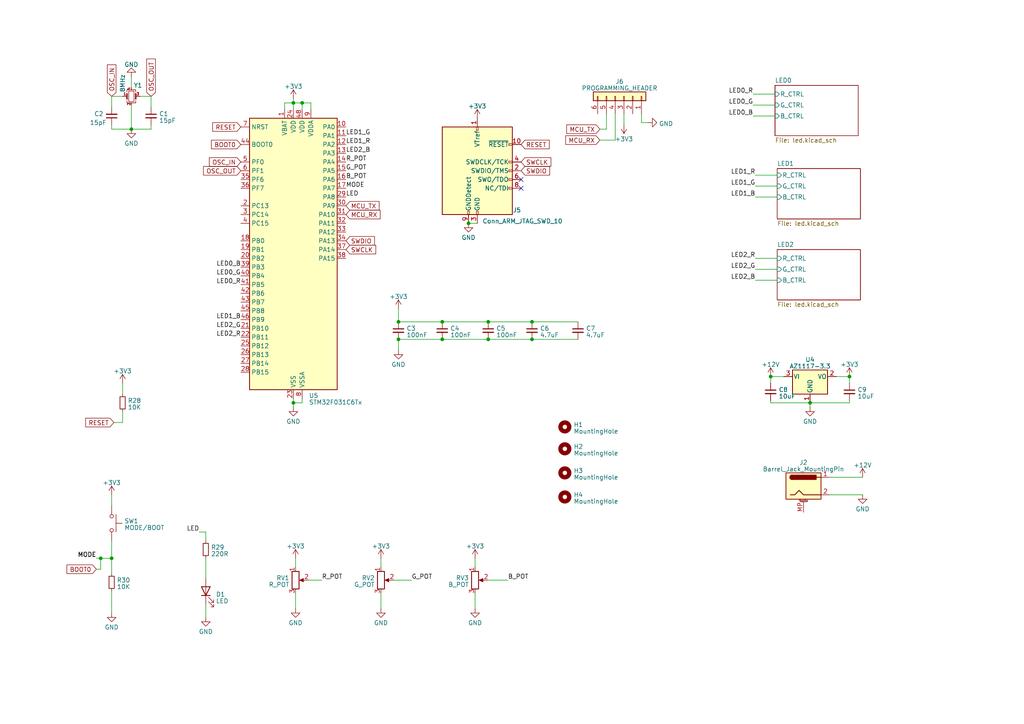
<source format=kicad_sch>
(kicad_sch (version 20230121) (generator eeschema)
  (paper "A4")
  (lib_symbols
    (symbol "Connector:Barrel_Jack_MountingPin" (pin_names hide)
      (property "Reference" "J" (at 0 5.334 0))
      (property "Value" "Barrel_Jack_MountingPin" (at 1.27 -6.35 0))
      (symbol "Barrel_Jack_MountingPin_0_1"
        (rectangle (start -5.08 3.81) (end 5.08 -3.81) (stroke (width 0.254)) (fill (type background)))
        (arc (start -3.302 3.175) (mid -3.9343 2.54) (end -3.302 1.905) (stroke (width 0.254)))
        (arc (start -3.302 3.175) (mid -3.9343 2.54) (end -3.302 1.905) (stroke (width 0.254)) (fill (type outline)))
        (polyline (pts (xy 5.08 2.54) (xy 3.81 2.54)) (stroke (width 0.254)))
        (polyline (pts (xy -3.81 -2.54) (xy -2.54 -2.54) (xy -1.27 -1.27) (xy 0 -2.54) (xy 2.54 -2.54) (xy 5.08 -2.54)) (stroke (width 0.254)))
        (rectangle (start 3.683 3.175) (end -3.302 1.905) (stroke (width 0.254)) (fill (type outline)))
      )
      (symbol "Barrel_Jack_MountingPin_1_1"
        (polyline (pts (xy -1.016 -4.572) (xy 1.016 -4.572)) (stroke (width 0.1524)))
        (text "Mounting" (at 0 -4.191 0) (effects (font (size 0.381 0.381))))
        (pin passive line (at 7.62 2.54 180) (length 2.54) (name "~") (number "1"))
        (pin passive line (at 7.62 -2.54 180) (length 2.54) (name "~") (number "2"))
        (pin passive line (at 0 -7.62 90) (length 3.048) (name "MountPin") (number "MP"))
      )
    )
    (symbol "Connector:Conn_ARM_JTAG_SWD_10" (pin_names (offset 1.016))
      (property "Reference" "J" (at -2.54 16.51 0))
      (property "Value" "Conn_ARM_JTAG_SWD_10" (at -2.54 13.97 0))
      (symbol "Conn_ARM_JTAG_SWD_10_0_1"
        (rectangle (start -10.16 12.7) (end 10.16 -12.7) (stroke (width 0.254)) (fill (type background)))
        (rectangle (start -2.794 -12.7) (end -2.286 -11.684))
        (rectangle (start -0.254 -12.7) (end 0.254 -11.684))
        (rectangle (start -0.254 12.7) (end 0.254 11.684))
        (rectangle (start 9.144 2.286) (end 10.16 2.794))
        (rectangle (start 10.16 -2.794) (end 9.144 -2.286))
        (rectangle (start 10.16 -0.254) (end 9.144 0.254))
        (rectangle (start 10.16 7.874) (end 9.144 7.366))
      )
      (symbol "Conn_ARM_JTAG_SWD_10_1_1"
        (rectangle (start 9.144 -5.334) (end 10.16 -4.826))
        (pin power_in line (at 0 15.24 270) (length 2.54) (name "VTref") (number "1"))
        (pin open_collector line (at 12.7 7.62 180) (length 2.54) (name "~{RESET}") (number "10"))
        (pin bidirectional line (at 12.7 0 180) (length 2.54) (name "SWDIO/TMS") (number "2"))
        (pin power_in line (at 0 -15.24 90) (length 2.54) (name "GND") (number "3"))
        (pin output line (at 12.7 2.54 180) (length 2.54) (name "SWDCLK/TCK") (number "4"))
        (pin passive line (at 0 -15.24 90) (length 2.54) hide (name "GND") (number "5"))
        (pin input line (at 12.7 -2.54 180) (length 2.54) (name "SWO/TDO") (number "6"))
        (pin no_connect line (at -10.16 0 0) (length 2.54) hide (name "KEY") (number "7"))
        (pin output line (at 12.7 -5.08 180) (length 2.54) (name "NC/TDI") (number "8"))
        (pin passive line (at -2.54 -15.24 90) (length 2.54) (name "GNDDetect") (number "9"))
      )
    )
    (symbol "Connector_Generic:Conn_01x06" (pin_names (offset 1.016) hide)
      (property "Reference" "J" (at 0 7.62 0))
      (property "Value" "Conn_01x06" (at 0 -10.16 0))
      (symbol "Conn_01x06_1_1"
        (rectangle (start -1.27 -7.493) (end 0 -7.747) (stroke (width 0.1524)))
        (rectangle (start -1.27 -4.953) (end 0 -5.207) (stroke (width 0.1524)))
        (rectangle (start -1.27 -2.413) (end 0 -2.667) (stroke (width 0.1524)))
        (rectangle (start -1.27 0.127) (end 0 -0.127) (stroke (width 0.1524)))
        (rectangle (start -1.27 2.667) (end 0 2.413) (stroke (width 0.1524)))
        (rectangle (start -1.27 5.207) (end 0 4.953) (stroke (width 0.1524)))
        (rectangle (start -1.27 6.35) (end 1.27 -8.89) (stroke (width 0.254)) (fill (type background)))
        (pin passive line (at -5.08 5.08 0) (length 3.81) (name "Pin_1") (number "1"))
        (pin passive line (at -5.08 2.54 0) (length 3.81) (name "Pin_2") (number "2"))
        (pin passive line (at -5.08 0 0) (length 3.81) (name "Pin_3") (number "3"))
        (pin passive line (at -5.08 -2.54 0) (length 3.81) (name "Pin_4") (number "4"))
        (pin passive line (at -5.08 -5.08 0) (length 3.81) (name "Pin_5") (number "5"))
        (pin passive line (at -5.08 -7.62 0) (length 3.81) (name "Pin_6") (number "6"))
      )
    )
    (symbol "Device:C_Small" (pin_numbers hide) (pin_names (offset 0.254) hide)
      (property "Reference" "C" (at 0.254 1.778 0))
      (property "Value" "C_Small" (at 0.254 -2.032 0))
      (symbol "C_Small_0_1"
        (polyline (pts (xy -1.524 -0.508) (xy 1.524 -0.508)) (stroke (width 0.3302)))
        (polyline (pts (xy -1.524 0.508) (xy 1.524 0.508)) (stroke (width 0.3048)))
      )
      (symbol "C_Small_1_1"
        (pin passive line (at 0 2.54 270) (length 2.032) (name "~") (number "1"))
        (pin passive line (at 0 -2.54 90) (length 2.032) (name "~") (number "2"))
      )
    )
    (symbol "Device:Crystal_GND24_Small" (pin_names (offset 1.016) hide)
      (property "Reference" "Y" (at 1.27 4.445 0))
      (property "Value" "Crystal_GND24_Small" (at 1.27 2.54 0))
      (symbol "Crystal_GND24_Small_0_1"
        (rectangle (start -0.762 -1.524) (end 0.762 1.524))
        (polyline (pts (xy -1.27 -0.762) (xy -1.27 0.762)) (stroke (width 0.381)))
        (polyline (pts (xy 1.27 -0.762) (xy 1.27 0.762)) (stroke (width 0.381)))
        (polyline (pts (xy -1.27 -1.27) (xy -1.27 -1.905) (xy 1.27 -1.905) (xy 1.27 -1.27)))
        (polyline (pts (xy -1.27 1.27) (xy -1.27 1.905) (xy 1.27 1.905) (xy 1.27 1.27)))
      )
      (symbol "Crystal_GND24_Small_1_1"
        (pin passive line (at -2.54 0 0) (length 1.27) (name "1") (number "1"))
        (pin passive line (at 0 -2.54 90) (length 0.635) (name "2") (number "2"))
        (pin passive line (at 2.54 0 180) (length 1.27) (name "3") (number "3"))
        (pin passive line (at 0 2.54 270) (length 0.635) (name "4") (number "4"))
      )
    )
    (symbol "Device:LED" (pin_numbers hide) (pin_names (offset 1.016) hide)
      (property "Reference" "D" (at 0 2.54 0))
      (property "Value" "LED" (at 0 -2.54 0))
      (symbol "LED_0_1"
        (polyline (pts (xy -1.27 -1.27) (xy -1.27 1.27)) (stroke (width 0.254)))
        (polyline (pts (xy -1.27 0) (xy 1.27 0)))
        (polyline (pts (xy 1.27 -1.27) (xy 1.27 1.27) (xy -1.27 0) (xy 1.27 -1.27)) (stroke (width 0.254)))
        (polyline (pts (xy -3.048 -0.762) (xy -4.572 -2.286) (xy -3.81 -2.286) (xy -4.572 -2.286) (xy -4.572 -1.524)))
        (polyline (pts (xy -1.778 -0.762) (xy -3.302 -2.286) (xy -2.54 -2.286) (xy -3.302 -2.286) (xy -3.302 -1.524)))
      )
      (symbol "LED_1_1"
        (pin passive line (at -3.81 0 0) (length 2.54) (name "K") (number "1"))
        (pin passive line (at 3.81 0 180) (length 2.54) (name "A") (number "2"))
      )
    )
    (symbol "Device:R_Potentiometer" (pin_names (offset 1.016) hide)
      (property "Reference" "RV" (at -4.445 0 90))
      (property "Value" "R_Potentiometer" (at -2.54 0 90))
      (symbol "R_Potentiometer_0_1"
        (polyline (pts (xy 2.54 0) (xy 1.524 0)))
        (polyline (pts (xy 1.143 0) (xy 2.286 0.508) (xy 2.286 -0.508) (xy 1.143 0)) (fill (type outline)))
        (rectangle (start 1.016 2.54) (end -1.016 -2.54) (stroke (width 0.254)))
      )
      (symbol "R_Potentiometer_1_1"
        (pin passive line (at 0 3.81 270) (length 1.27) (name "1") (number "1"))
        (pin passive line (at 3.81 0 180) (length 1.27) (name "2") (number "2"))
        (pin passive line (at 0 -3.81 90) (length 1.27) (name "3") (number "3"))
      )
    )
    (symbol "Device:R_Small" (pin_numbers hide) (pin_names (offset 0.254) hide)
      (property "Reference" "R" (at 0.762 0.508 0))
      (property "Value" "R_Small" (at 0.762 -1.016 0))
      (symbol "R_Small_0_1"
        (rectangle (start -0.762 1.778) (end 0.762 -1.778) (stroke (width 0.2032)))
      )
      (symbol "R_Small_1_1"
        (pin passive line (at 0 2.54 270) (length 0.762) (name "~") (number "1"))
        (pin passive line (at 0 -2.54 90) (length 0.762) (name "~") (number "2"))
      )
    )
    (symbol "MCU_ST_STM32F0:STM32F031C6Tx"
      (property "Reference" "U" (at -12.7 41.91 0))
      (property "Value" "STM32F031C6Tx" (at 7.62 41.91 0))
      (symbol "STM32F031C6Tx_0_1"
        (rectangle (start -12.7 -38.1) (end 12.7 40.64) (stroke (width 0.254)) (fill (type background)))
      )
      (symbol "STM32F031C6Tx_1_1"
        (pin power_in line (at -2.54 43.18 270) (length 2.54) (name "VBAT") (number "1"))
        (pin bidirectional line (at 15.24 38.1 180) (length 2.54) (name "PA0") (number "10"))
        (pin bidirectional line (at 15.24 35.56 180) (length 2.54) (name "PA1") (number "11"))
        (pin bidirectional line (at 15.24 33.02 180) (length 2.54) (name "PA2") (number "12"))
        (pin bidirectional line (at 15.24 30.48 180) (length 2.54) (name "PA3") (number "13"))
        (pin bidirectional line (at 15.24 27.94 180) (length 2.54) (name "PA4") (number "14"))
        (pin bidirectional line (at 15.24 25.4 180) (length 2.54) (name "PA5") (number "15"))
        (pin bidirectional line (at 15.24 22.86 180) (length 2.54) (name "PA6") (number "16"))
        (pin bidirectional line (at 15.24 20.32 180) (length 2.54) (name "PA7") (number "17"))
        (pin bidirectional line (at -15.24 5.08 0) (length 2.54) (name "PB0") (number "18"))
        (pin bidirectional line (at -15.24 2.54 0) (length 2.54) (name "PB1") (number "19"))
        (pin bidirectional line (at -15.24 15.24 0) (length 2.54) (name "PC13") (number "2"))
        (pin bidirectional line (at -15.24 0 0) (length 2.54) (name "PB2") (number "20"))
        (pin bidirectional line (at -15.24 -20.32 0) (length 2.54) (name "PB10") (number "21"))
        (pin bidirectional line (at -15.24 -22.86 0) (length 2.54) (name "PB11") (number "22"))
        (pin power_in line (at 0 -40.64 90) (length 2.54) (name "VSS") (number "23"))
        (pin power_in line (at 0 43.18 270) (length 2.54) (name "VDD") (number "24"))
        (pin bidirectional line (at -15.24 -25.4 0) (length 2.54) (name "PB12") (number "25"))
        (pin bidirectional line (at -15.24 -27.94 0) (length 2.54) (name "PB13") (number "26"))
        (pin bidirectional line (at -15.24 -30.48 0) (length 2.54) (name "PB14") (number "27"))
        (pin bidirectional line (at -15.24 -33.02 0) (length 2.54) (name "PB15") (number "28"))
        (pin bidirectional line (at 15.24 17.78 180) (length 2.54) (name "PA8") (number "29"))
        (pin bidirectional line (at -15.24 12.7 0) (length 2.54) (name "PC14") (number "3"))
        (pin bidirectional line (at 15.24 15.24 180) (length 2.54) (name "PA9") (number "30"))
        (pin bidirectional line (at 15.24 12.7 180) (length 2.54) (name "PA10") (number "31"))
        (pin bidirectional line (at 15.24 10.16 180) (length 2.54) (name "PA11") (number "32"))
        (pin bidirectional line (at 15.24 7.62 180) (length 2.54) (name "PA12") (number "33"))
        (pin bidirectional line (at 15.24 5.08 180) (length 2.54) (name "PA13") (number "34"))
        (pin bidirectional line (at -15.24 22.86 0) (length 2.54) (name "PF6") (number "35"))
        (pin bidirectional line (at -15.24 20.32 0) (length 2.54) (name "PF7") (number "36"))
        (pin bidirectional line (at 15.24 2.54 180) (length 2.54) (name "PA14") (number "37"))
        (pin bidirectional line (at 15.24 0 180) (length 2.54) (name "PA15") (number "38"))
        (pin bidirectional line (at -15.24 -2.54 0) (length 2.54) (name "PB3") (number "39"))
        (pin bidirectional line (at -15.24 10.16 0) (length 2.54) (name "PC15") (number "4"))
        (pin bidirectional line (at -15.24 -5.08 0) (length 2.54) (name "PB4") (number "40"))
        (pin bidirectional line (at -15.24 -7.62 0) (length 2.54) (name "PB5") (number "41"))
        (pin bidirectional line (at -15.24 -10.16 0) (length 2.54) (name "PB6") (number "42"))
        (pin bidirectional line (at -15.24 -12.7 0) (length 2.54) (name "PB7") (number "43"))
        (pin input line (at -15.24 33.02 0) (length 2.54) (name "BOOT0") (number "44"))
        (pin bidirectional line (at -15.24 -15.24 0) (length 2.54) (name "PB8") (number "45"))
        (pin bidirectional line (at -15.24 -17.78 0) (length 2.54) (name "PB9") (number "46"))
        (pin passive line (at 0 -40.64 90) (length 2.54) hide (name "VSS") (number "47"))
        (pin power_in line (at 2.54 43.18 270) (length 2.54) (name "VDD") (number "48"))
        (pin bidirectional line (at -15.24 27.94 0) (length 2.54) (name "PF0") (number "5"))
        (pin bidirectional line (at -15.24 25.4 0) (length 2.54) (name "PF1") (number "6"))
        (pin input line (at -15.24 38.1 0) (length 2.54) (name "NRST") (number "7"))
        (pin power_in line (at 2.54 -40.64 90) (length 2.54) (name "VSSA") (number "8"))
        (pin power_in line (at 5.08 43.18 270) (length 2.54) (name "VDDA") (number "9"))
      )
    )
    (symbol "Mechanical:MountingHole" (pin_names (offset 1.016))
      (property "Reference" "H" (at 0 5.08 0))
      (property "Value" "MountingHole" (at 0 3.175 0))
      (symbol "MountingHole_0_1"
        (circle (center 0 0) (radius 1.27) (stroke (width 1.27)))
      )
    )
    (symbol "Regulator_Linear:AZ1117-3.3" (pin_names (offset 0.254))
      (property "Reference" "U" (at -3.81 3.175 0))
      (property "Value" "AZ1117-3.3" (at 0 3.175 0))
      (symbol "AZ1117-3.3_0_1"
        (rectangle (start -5.08 1.905) (end 5.08 -5.08) (stroke (width 0.254)) (fill (type background)))
      )
      (symbol "AZ1117-3.3_1_1"
        (pin power_in line (at 0 -7.62 90) (length 2.54) (name "GND") (number "1"))
        (pin power_out line (at 7.62 0 180) (length 2.54) (name "VO") (number "2"))
        (pin power_in line (at -7.62 0 0) (length 2.54) (name "VI") (number "3"))
      )
    )
    (symbol "Switch:SW_Push" (pin_numbers hide) (pin_names (offset 1.016) hide)
      (property "Reference" "SW" (at 1.27 2.54 0))
      (property "Value" "SW_Push" (at 0 -1.524 0))
      (symbol "SW_Push_0_1"
        (circle (center -2.032 0) (radius 0.508))
        (polyline (pts (xy 0 1.27) (xy 0 3.048)))
        (polyline (pts (xy 2.54 1.27) (xy -2.54 1.27)))
        (circle (center 2.032 0) (radius 0.508))
        (pin passive line (at -5.08 0 0) (length 2.54) (name "1") (number "1"))
        (pin passive line (at 5.08 0 180) (length 2.54) (name "2") (number "2"))
      )
    )
    (symbol "power:+12V" (power) (pin_names (offset 0))
      (property "Value" "+12V" (at 0 3.556 0))
      (symbol "+12V_0_1"
        (polyline (pts (xy -0.762 1.27) (xy 0 2.54)))
        (polyline (pts (xy 0 0) (xy 0 2.54)))
        (polyline (pts (xy 0 2.54) (xy 0.762 1.27)))
      )
      (symbol "+12V_1_1"
        (pin power_in line (at 0 0 90) (length 0) hide (name "+12V") (number "1"))
      )
    )
    (symbol "power:+3V3" (power) (pin_names (offset 0))
      (property "Value" "+3V3" (at 0 3.556 0))
      (symbol "+3V3_0_1"
        (polyline (pts (xy -0.762 1.27) (xy 0 2.54)))
        (polyline (pts (xy 0 0) (xy 0 2.54)))
        (polyline (pts (xy 0 2.54) (xy 0.762 1.27)))
      )
      (symbol "+3V3_1_1"
        (pin power_in line (at 0 0 90) (length 0) hide (name "+3V3") (number "1"))
      )
    )
    (symbol "power:GND" (power) (pin_names (offset 0))
      (property "Value" "GND" (at 0 -3.81 0))
      (symbol "GND_0_1"
        (polyline (pts (xy 0 0) (xy 0 -1.27) (xy 1.27 -1.27) (xy 0 -2.54) (xy -1.27 -1.27) (xy 0 -1.27)))
      )
      (symbol "GND_1_1"
        (pin power_in line (at 0 0 270) (length 0) hide (name "GND") (number "1"))
      )
    )
  )
  (junction (at 154.305 93.345))
  (junction (at 29.21 161.925))
  (junction (at 154.305 98.425))
  (junction (at 135.89 64.77))
  (junction (at 141.605 93.345))
  (junction (at 87.63 29.845))
  (junction (at 234.95 116.84))
  (junction (at 115.57 98.425))
  (junction (at 246.38 109.22))
  (junction (at 115.57 93.345))
  (junction (at 128.27 98.425))
  (junction (at 141.605 98.425))
  (junction (at 223.52 109.22))
  (junction (at 85.09 116.84))
  (junction (at 128.27 93.345))
  (junction (at 32.385 161.925))
  (junction (at 85.09 29.845))
  (junction (at 38.1 37.465))
  (no_connect (at 151.13 52.07))
  (no_connect (at 151.13 54.61))
  (wire (pts (xy 59.69 175.26) (xy 59.69 179.07)))
  (wire (pts (xy 223.52 109.22) (xy 227.33 109.22)))
  (wire (pts (xy 32.385 161.925) (xy 32.385 166.37)))
  (wire (pts (xy 33.02 122.555) (xy 35.56 122.555)))
  (wire (pts (xy 32.385 37.465) (xy 38.1 37.465)))
  (wire (pts (xy 218.44 27.305) (xy 224.79 27.305)))
  (wire (pts (xy 175.895 37.465) (xy 175.895 33.02)))
  (wire (pts (xy 234.95 116.84) (xy 234.95 118.11)))
  (wire (pts (xy 141.605 93.345) (xy 154.305 93.345)))
  (wire (pts (xy 32.385 156.845) (xy 32.385 161.925)))
  (wire (pts (xy 223.52 116.205) (xy 223.52 116.84)))
  (wire (pts (xy 43.815 37.465) (xy 38.1 37.465)))
  (wire (pts (xy 90.17 29.845) (xy 87.63 29.845)))
  (wire (pts (xy 85.09 116.84) (xy 85.09 118.11)))
  (wire (pts (xy 141.605 98.425) (xy 154.305 98.425)))
  (wire (pts (xy 115.57 98.425) (xy 115.57 101.6)))
  (wire (pts (xy 115.57 98.425) (xy 128.27 98.425)))
  (wire (pts (xy 85.725 172.085) (xy 85.725 176.53)))
  (wire (pts (xy 128.27 93.345) (xy 141.605 93.345)))
  (wire (pts (xy 154.305 93.345) (xy 167.64 93.345)))
  (wire (pts (xy 35.56 27.94) (xy 32.385 27.94)))
  (wire (pts (xy 85.09 28.575) (xy 85.09 29.845)))
  (wire (pts (xy 85.09 29.845) (xy 85.09 31.75)))
  (wire (pts (xy 43.815 27.94) (xy 43.815 31.115)))
  (wire (pts (xy 32.385 27.94) (xy 32.385 31.115)))
  (wire (pts (xy 87.63 115.57) (xy 87.63 116.84)))
  (wire (pts (xy 141.605 168.275) (xy 147.32 168.275)))
  (wire (pts (xy 246.38 116.84) (xy 234.95 116.84)))
  (wire (pts (xy 219.075 53.975) (xy 225.425 53.975)))
  (wire (pts (xy 27.94 165.1) (xy 29.21 165.1)))
  (wire (pts (xy 90.17 31.75) (xy 90.17 29.845)))
  (wire (pts (xy 240.665 143.51) (xy 250.19 143.51)))
  (wire (pts (xy 242.57 109.22) (xy 246.38 109.22)))
  (wire (pts (xy 87.63 116.84) (xy 85.09 116.84)))
  (wire (pts (xy 35.56 122.555) (xy 35.56 119.38)))
  (wire (pts (xy 240.665 138.43) (xy 250.19 138.43)))
  (wire (pts (xy 82.55 29.845) (xy 85.09 29.845)))
  (wire (pts (xy 219.075 50.8) (xy 225.425 50.8)))
  (wire (pts (xy 32.385 143.51) (xy 32.385 146.685)))
  (wire (pts (xy 85.09 115.57) (xy 85.09 116.84)))
  (wire (pts (xy 85.725 161.925) (xy 85.725 164.465)))
  (wire (pts (xy 173.99 40.64) (xy 178.435 40.64)))
  (wire (pts (xy 135.89 64.77) (xy 138.43 64.77)))
  (wire (pts (xy 137.795 161.925) (xy 137.795 164.465)))
  (wire (pts (xy 180.975 33.02) (xy 180.975 36.195)))
  (wire (pts (xy 218.44 30.48) (xy 224.79 30.48)))
  (wire (pts (xy 87.63 31.75) (xy 87.63 29.845)))
  (wire (pts (xy 186.055 33.02) (xy 186.055 35.56)))
  (wire (pts (xy 186.055 35.56) (xy 187.96 35.56)))
  (wire (pts (xy 115.57 93.345) (xy 128.27 93.345)))
  (wire (pts (xy 43.815 36.195) (xy 43.815 37.465)))
  (wire (pts (xy 29.21 165.1) (xy 29.21 161.925)))
  (wire (pts (xy 35.56 111.125) (xy 35.56 114.3)))
  (wire (pts (xy 59.69 161.925) (xy 59.69 167.64)))
  (wire (pts (xy 110.49 161.925) (xy 110.49 164.465)))
  (wire (pts (xy 59.69 154.305) (xy 59.69 156.845)))
  (wire (pts (xy 110.49 172.085) (xy 110.49 176.53)))
  (wire (pts (xy 218.44 33.655) (xy 224.79 33.655)))
  (wire (pts (xy 32.385 171.45) (xy 32.385 177.8)))
  (wire (pts (xy 40.64 27.94) (xy 43.815 27.94)))
  (wire (pts (xy 128.27 98.425) (xy 141.605 98.425)))
  (wire (pts (xy 178.435 40.64) (xy 178.435 33.02)))
  (wire (pts (xy 32.385 36.195) (xy 32.385 37.465)))
  (wire (pts (xy 246.38 109.22) (xy 246.38 111.125)))
  (wire (pts (xy 223.52 109.22) (xy 223.52 111.125)))
  (wire (pts (xy 38.1 22.225) (xy 38.1 25.4)))
  (wire (pts (xy 219.075 78.105) (xy 225.425 78.105)))
  (wire (pts (xy 246.38 116.205) (xy 246.38 116.84)))
  (wire (pts (xy 82.55 31.75) (xy 82.55 29.845)))
  (wire (pts (xy 219.075 74.93) (xy 225.425 74.93)))
  (wire (pts (xy 89.535 168.275) (xy 93.345 168.275)))
  (wire (pts (xy 114.3 168.275) (xy 119.38 168.275)))
  (wire (pts (xy 154.305 98.425) (xy 167.64 98.425)))
  (wire (pts (xy 87.63 29.845) (xy 85.09 29.845)))
  (wire (pts (xy 27.94 161.925) (xy 29.21 161.925)))
  (wire (pts (xy 173.99 37.465) (xy 175.895 37.465)))
  (wire (pts (xy 29.21 161.925) (xy 32.385 161.925)))
  (wire (pts (xy 219.075 57.15) (xy 225.425 57.15)))
  (wire (pts (xy 57.785 154.305) (xy 59.69 154.305)))
  (wire (pts (xy 115.57 89.535) (xy 115.57 93.345)))
  (wire (pts (xy 38.1 30.48) (xy 38.1 37.465)))
  (wire (pts (xy 219.075 81.28) (xy 225.425 81.28)))
  (wire (pts (xy 137.795 172.085) (xy 137.795 176.53)))
  (wire (pts (xy 223.52 116.84) (xy 234.95 116.84)))
  (label "B_POT" (at 100.33 52.07 0))
  (label "LED0_R" (at 218.44 27.305 180))
  (label "B_POT" (at 147.32 168.275 0))
  (label "LED2_G" (at 219.075 78.105 180))
  (label "LED1_G" (at 219.075 53.975 180))
  (label "LED2_B" (at 219.075 81.28 180))
  (label "LED2_B" (at 100.33 44.45 0))
  (label "MODE" (at 100.33 54.61 0))
  (label "LED1_R" (at 100.33 41.91 0))
  (label "LED1_B" (at 219.075 57.15 180))
  (label "LED" (at 100.33 57.15 0))
  (label "LED" (at 57.785 154.305 180))
  (label "LED0_B" (at 218.44 33.655 180))
  (label "LED0_B" (at 69.85 77.47 180))
  (label "LED0_G" (at 69.85 80.01 180))
  (label "MODE" (at 27.94 161.925 180))
  (label "R_POT" (at 93.345 168.275 0))
  (label "LED2_R" (at 219.075 74.93 180))
  (label "LED2_G" (at 69.85 95.25 180))
  (label "LED2_R" (at 69.85 97.79 180))
  (label "G_POT" (at 119.38 168.275 0))
  (label "MODE" (at 27.94 161.925 180))
  (label "LED0_G" (at 218.44 30.48 180))
  (label "R_POT" (at 100.33 46.99 0))
  (label "G_POT" (at 100.33 49.53 0))
  (label "LED1_G" (at 100.33 39.37 0))
  (label "LED0_R" (at 69.85 82.55 180))
  (label "LED1_B" (at 69.85 92.71 180))
  (label "LED1_R" (at 219.075 50.8 180))
  (global_label "SWCLK" (shape input) (at 100.33 72.39 0) (property "Intersheetrefs" "${INTERSHEET_REFS}" (effects hide)))
  (global_label "RESET" (shape input) (at 69.85 36.83 180) (property "Intersheetrefs" "${INTERSHEET_REFS}" (effects hide)))
  (global_label "OSC_IN" (shape input) (at 32.385 27.94 90) (property "Intersheetrefs" "${INTERSHEET_REFS}" (effects hide)))
  (global_label "MCU_RX" (shape input) (at 173.99 40.64 180) (property "Intersheetrefs" "${INTERSHEET_REFS}" (effects hide)))
  (global_label "MCU_RX" (shape input) (at 100.33 62.23 0) (property "Intersheetrefs" "${INTERSHEET_REFS}" (effects hide)))
  (global_label "BOOT0" (shape input) (at 27.94 165.1 180) (property "Intersheetrefs" "${INTERSHEET_REFS}" (effects hide)))
  (global_label "BOOT0" (shape input) (at 69.85 41.91 180) (property "Intersheetrefs" "${INTERSHEET_REFS}" (effects hide)))
  (global_label "RESET" (shape input) (at 33.02 122.555 180) (property "Intersheetrefs" "${INTERSHEET_REFS}" (effects hide)))
  (global_label "OSC_IN" (shape input) (at 69.85 46.99 180) (property "Intersheetrefs" "${INTERSHEET_REFS}" (effects hide)))
  (global_label "SWDIO" (shape input) (at 151.13 49.53 0) (property "Intersheetrefs" "${INTERSHEET_REFS}" (effects hide)))
  (global_label "RESET" (shape input) (at 151.13 41.91 0) (property "Intersheetrefs" "${INTERSHEET_REFS}" (effects hide)))
  (global_label "MCU_TX" (shape input) (at 173.99 37.465 180) (property "Intersheetrefs" "${INTERSHEET_REFS}" (effects hide)))
  (global_label "OSC_OUT" (shape input) (at 69.85 49.53 180) (property "Intersheetrefs" "${INTERSHEET_REFS}" (effects hide)))
  (global_label "SWDIO" (shape input) (at 100.33 69.85 0) (property "Intersheetrefs" "${INTERSHEET_REFS}" (effects hide)))
  (global_label "SWCLK" (shape input) (at 151.13 46.99 0) (property "Intersheetrefs" "${INTERSHEET_REFS}" (effects hide)))
  (global_label "OSC_OUT" (shape input) (at 43.815 27.94 90) (property "Intersheetrefs" "${INTERSHEET_REFS}" (effects hide)))
  (global_label "MCU_TX" (shape input) (at 100.33 59.69 0) (property "Intersheetrefs" "${INTERSHEET_REFS}" (effects hide)))
  (symbol (lib_id "Mechanical:MountingHole") (at 163.83 137.16 0) (unit 1)
    (property "Reference" "H3" (at 166.37 136.5163 0) (effects (justify left)))
    (property "Value" "MountingHole" (at 166.37 138.4373 0) (effects (justify left)))
    (property "Footprint" "MountingHole:MountingHole_3.2mm_M3_ISO14580_Pad" (effects hide))
  )
  (symbol (lib_id "power:GND") (at 110.49 176.53 0) (unit 1)
    (property "Reference" "#PWR034" (effects hide))
    (property "Value" "GND" (at 110.49 180.6655 0))
  )
  (symbol (lib_id "power:+3V3") (at 35.56 111.125 0) (unit 1)
    (property "Reference" "#PWR038" (effects hide))
    (property "Value" "+3V3" (at 35.56 107.6231 0))
  )
  (symbol (lib_id "Device:C_Small") (at 141.605 95.885 0) (unit 1)
    (property "Reference" "C5" (at 143.9291 95.2476 0) (effects (justify left)))
    (property "Value" "100nF" (at 143.9291 97.1686 0) (effects (justify left)))
    (property "Footprint" "Capacitor_SMD:C_0805_2012Metric" (effects hide))
  )
  (symbol (lib_id "Mechanical:MountingHole") (at 163.83 123.825 0) (unit 1)
    (property "Reference" "H1" (at 166.37 123.1813 0) (effects (justify left)))
    (property "Value" "MountingHole" (at 166.37 125.1023 0) (effects (justify left)))
    (property "Footprint" "MountingHole:MountingHole_3.2mm_M3_ISO14580_Pad" (effects hide))
  )
  (symbol (lib_id "Device:C_Small") (at 246.38 113.665 0) (unit 1)
    (property "Reference" "C9" (at 248.7041 113.0276 0) (effects (justify left)))
    (property "Value" "10uF" (at 248.7041 114.9486 0) (effects (justify left)))
    (property "Footprint" "Capacitor_SMD:C_0805_2012Metric" (effects hide))
  )
  (symbol (lib_id "Device:C_Small") (at 115.57 95.885 0) (unit 1)
    (property "Reference" "C3" (at 117.8941 95.2476 0) (effects (justify left)))
    (property "Value" "100nF" (at 117.8941 97.1686 0) (effects (justify left)))
    (property "Footprint" "Capacitor_SMD:C_0805_2012Metric" (effects hide))
  )
  (symbol (lib_id "power:+3V3") (at 32.385 143.51 0) (unit 1)
    (property "Reference" "#PWR031" (effects hide))
    (property "Value" "+3V3" (at 32.385 140.0081 0))
  )
  (symbol (lib_id "power:+3V3") (at 180.975 36.195 180) (unit 1)
    (property "Reference" "#PWR048" (effects hide))
    (property "Value" "+3V3" (at 180.975 40.3305 0))
  )
  (symbol (lib_id "power:GND") (at 187.96 35.56 90) (unit 1)
    (property "Reference" "#PWR042" (effects hide))
    (property "Value" "GND" (at 191.135 35.8768 90) (effects (justify right)))
  )
  (symbol (lib_id "Regulator_Linear:AZ1117-3.3") (at 234.95 109.22 0) (unit 1)
    (property "Reference" "U4" (at 234.95 104.3051 0))
    (property "Value" "AZ1117-3.3" (at 234.95 106.2261 0))
    (property "Footprint" "Package_TO_SOT_SMD:SOT-223" (effects hide))
    (property "Datasheet" "https://www.diodes.com/assets/Datasheets/AZ1117.pdf" (effects hide))
  )
  (symbol (lib_id "Device:LED") (at 59.69 171.45 90) (unit 1)
    (property "Reference" "D1" (at 62.611 172.3938 90) (effects (justify right)))
    (property "Value" "LED" (at 62.611 174.3148 90) (effects (justify right)))
    (property "Footprint" "LED_SMD:LED_0805_2012Metric" (effects hide))
  )
  (symbol (lib_id "power:GND") (at 38.1 37.465 0) (unit 1)
    (property "Reference" "#PWR044" (effects hide))
    (property "Value" "GND" (at 38.1 41.6005 0))
  )
  (symbol (lib_id "power:+3V3") (at 246.38 109.22 0) (unit 1)
    (property "Reference" "#PWR040" (effects hide))
    (property "Value" "+3V3" (at 246.38 105.7181 0))
  )
  (symbol (lib_id "power:+3V3") (at 110.49 161.925 0) (unit 1)
    (property "Reference" "#PWR036" (effects hide))
    (property "Value" "+3V3" (at 110.49 158.4231 0))
  )
  (symbol (lib_id "power:+3V3") (at 137.795 161.925 0) (unit 1)
    (property "Reference" "#PWR037" (effects hide))
    (property "Value" "+3V3" (at 137.795 158.4231 0))
  )
  (symbol (lib_id "Device:R_Small") (at 32.385 168.91 0) (unit 1)
    (property "Reference" "R30" (at 33.8836 168.2663 0) (effects (justify left)))
    (property "Value" "10K" (at 33.8836 170.1873 0) (effects (justify left)))
    (property "Footprint" "Resistor_SMD:R_0805_2012Metric" (effects hide))
  )
  (symbol (lib_id "power:+3V3") (at 138.43 34.29 0) (unit 1)
    (property "Reference" "#PWR041" (effects hide))
    (property "Value" "+3V3" (at 138.43 30.7881 0))
  )
  (symbol (lib_id "Mechanical:MountingHole") (at 163.83 130.175 0) (unit 1)
    (property "Reference" "H2" (at 166.37 129.5313 0) (effects (justify left)))
    (property "Value" "MountingHole" (at 166.37 131.4523 0) (effects (justify left)))
    (property "Footprint" "MountingHole:MountingHole_3.2mm_M3_ISO14580_Pad" (effects hide))
  )
  (symbol (lib_id "Connector:Conn_ARM_JTAG_SWD_10") (at 138.43 49.53 0) (unit 1)
    (property "Reference" "J5" (at 151.13 60.96 0) (effects (justify right)))
    (property "Value" "Conn_ARM_JTAG_SWD_10" (at 163.195 64.135 0) (effects (justify right)))
    (property "Footprint" "Connector_PinHeader_1.27mm:PinHeader_2x05_P1.27mm_Vertical_SMD" (effects hide))
    (property "Datasheet" "http://infocenter.arm.com/help/topic/com.arm.doc.ddi0314h/DDI0314H_coresight_components_trm.pdf" (effects hide))
  )
  (symbol (lib_id "power:GND") (at 250.19 143.51 0) (unit 1)
    (property "Reference" "#PWR010" (effects hide))
    (property "Value" "GND" (at 250.19 147.6455 0))
  )
  (symbol (lib_id "power:GND") (at 85.09 118.11 0) (unit 1)
    (property "Reference" "#PWR012" (effects hide))
    (property "Value" "GND" (at 85.09 122.2455 0))
  )
  (symbol (lib_id "Device:Crystal_GND24_Small") (at 38.1 27.94 0) (unit 1)
    (property "Reference" "Y1" (at 40.005 24.765 0))
    (property "Value" "8MHz" (at 35.56 24.13 90))
    (property "Footprint" "Crystal:Crystal_SMD_3225-4Pin_3.2x2.5mm" (effects hide))
  )
  (symbol (lib_id "power:GND") (at 59.69 179.07 0) (unit 1)
    (property "Reference" "#PWR032" (effects hide))
    (property "Value" "GND" (at 59.69 183.2055 0))
  )
  (symbol (lib_id "power:GND") (at 85.725 176.53 0) (unit 1)
    (property "Reference" "#PWR033" (effects hide))
    (property "Value" "GND" (at 85.725 180.6655 0))
  )
  (symbol (lib_id "power:GND") (at 38.1 22.225 180) (unit 1)
    (property "Reference" "#PWR043" (effects hide))
    (property "Value" "GND" (at 38.1 18.7231 0))
  )
  (symbol (lib_id "power:GND") (at 32.385 177.8 0) (unit 1)
    (property "Reference" "#PWR029" (effects hide))
    (property "Value" "GND" (at 32.385 181.9355 0))
  )
  (symbol (lib_id "power:GND") (at 234.95 118.11 0) (unit 1)
    (property "Reference" "#PWR039" (effects hide))
    (property "Value" "GND" (at 234.95 122.2455 0))
  )
  (symbol (lib_id "Connector:Barrel_Jack_MountingPin") (at 233.045 140.97 0) (unit 1)
    (property "Reference" "J2" (at 233.045 134.1501 0))
    (property "Value" "Barrel_Jack_MountingPin" (at 233.045 136.0711 0))
    (property "Footprint" "gradientbloom:DC-012A-20A" (effects hide))
  )
  (symbol (lib_id "Device:C_Small") (at 43.815 33.655 0) (unit 1)
    (property "Reference" "C1" (at 46.1391 33.0176 0) (effects (justify left)))
    (property "Value" "15pF" (at 46.1391 34.9386 0) (effects (justify left)))
    (property "Footprint" "Capacitor_SMD:C_0805_2012Metric" (effects hide))
  )
  (symbol (lib_id "Device:C_Small") (at 154.305 95.885 0) (unit 1)
    (property "Reference" "C6" (at 156.6291 95.2476 0) (effects (justify left)))
    (property "Value" "4.7uF" (at 156.6291 97.1686 0) (effects (justify left)))
    (property "Footprint" "Capacitor_SMD:C_0805_2012Metric" (effects hide))
  )
  (symbol (lib_id "Connector_Generic:Conn_01x06") (at 180.975 27.94 270) (mirror x) (unit 1)
    (property "Reference" "J6" (at 179.705 23.6601 90))
    (property "Value" "PROGRAMMING_HEADER" (at 179.705 25.5811 90))
    (property "Footprint" "feeder:UART_FRICTION_FIT" (effects hide))
  )
  (symbol (lib_id "Device:C_Small") (at 223.52 113.665 0) (unit 1)
    (property "Reference" "C8" (at 225.8441 113.0276 0) (effects (justify left)))
    (property "Value" "10uF" (at 225.8441 114.9486 0) (effects (justify left)))
    (property "Footprint" "Capacitor_SMD:C_0805_2012Metric" (effects hide))
  )
  (symbol (lib_id "power:+3V3") (at 115.57 89.535 0) (unit 1)
    (property "Reference" "#PWR045" (effects hide))
    (property "Value" "+3V3" (at 115.57 86.0331 0))
  )
  (symbol (lib_id "Device:R_Potentiometer") (at 85.725 168.275 0) (unit 1)
    (property "Reference" "RV1" (at 83.9471 167.6313 0) (effects (justify right)))
    (property "Value" "R_POT" (at 83.9471 169.5523 0) (effects (justify right)))
    (property "Footprint" "Potentiometer_THT:Potentiometer_Alps_RK09K_Single_Vertical" (effects hide))
  )
  (symbol (lib_id "Device:R_Small") (at 59.69 159.385 0) (unit 1)
    (property "Reference" "R29" (at 61.1886 158.7413 0) (effects (justify left)))
    (property "Value" "220R" (at 61.1886 160.6623 0) (effects (justify left)))
    (property "Footprint" "Resistor_SMD:R_0805_2012Metric" (effects hide))
  )
  (symbol (lib_id "Device:C_Small") (at 32.385 33.655 180) (unit 1)
    (property "Reference" "C2" (at 27.305 33.02 0) (effects (justify right)))
    (property "Value" "15pF" (at 26.035 35.56 0) (effects (justify right)))
    (property "Footprint" "Capacitor_SMD:C_0805_2012Metric" (effects hide))
  )
  (symbol (lib_id "power:GND") (at 115.57 101.6 0) (unit 1)
    (property "Reference" "#PWR046" (effects hide))
    (property "Value" "GND" (at 115.57 105.7355 0))
  )
  (symbol (lib_id "power:+3V3") (at 85.725 161.925 0) (unit 1)
    (property "Reference" "#PWR047" (effects hide))
    (property "Value" "+3V3" (at 85.725 158.4231 0))
  )
  (symbol (lib_id "power:+12V") (at 250.19 138.43 0) (unit 1)
    (property "Reference" "#PWR09" (effects hide))
    (property "Value" "+12V" (at 250.19 134.9281 0))
  )
  (symbol (lib_id "power:GND") (at 137.795 176.53 0) (unit 1)
    (property "Reference" "#PWR035" (effects hide))
    (property "Value" "GND" (at 137.795 180.6655 0))
  )
  (symbol (lib_id "Device:R_Small") (at 35.56 116.84 0) (unit 1)
    (property "Reference" "R28" (at 37.0586 116.1963 0) (effects (justify left)))
    (property "Value" "10K" (at 37.0586 118.1173 0) (effects (justify left)))
    (property "Footprint" "Resistor_SMD:R_0805_2012Metric" (effects hide))
  )
  (symbol (lib_id "Device:R_Potentiometer") (at 137.795 168.275 0) (unit 1)
    (property "Reference" "RV3" (at 136.0171 167.6313 0) (effects (justify right)))
    (property "Value" "B_POT" (at 136.0171 169.5523 0) (effects (justify right)))
    (property "Footprint" "Potentiometer_THT:Potentiometer_Alps_RK09K_Single_Vertical" (effects hide))
  )
  (symbol (lib_id "MCU_ST_STM32F0:STM32F031C6Tx") (at 85.09 74.93 0) (unit 1)
    (property "Reference" "U5" (at 89.5859 114.7525 0) (effects (justify left)))
    (property "Value" "STM32F031C6Tx" (at 89.5859 116.6735 0) (effects (justify left)))
    (property "Footprint" "Package_QFP:LQFP-48_7x7mm_P0.5mm" (effects hide))
    (property "Datasheet" "https://www.st.com/resource/en/datasheet/stm32f031c6.pdf" (effects hide))
  )
  (symbol (lib_id "Device:R_Potentiometer") (at 110.49 168.275 0) (unit 1)
    (property "Reference" "RV2" (at 108.7121 167.6313 0) (effects (justify right)))
    (property "Value" "G_POT" (at 108.7121 169.5523 0) (effects (justify right)))
    (property "Footprint" "Potentiometer_THT:Potentiometer_Alps_RK09K_Single_Vertical" (effects hide))
  )
  (symbol (lib_id "Mechanical:MountingHole") (at 163.83 144.145 0) (unit 1)
    (property "Reference" "H4" (at 166.37 143.5013 0) (effects (justify left)))
    (property "Value" "MountingHole" (at 166.37 145.4223 0) (effects (justify left)))
    (property "Footprint" "MountingHole:MountingHole_3.2mm_M3_ISO14580_Pad" (effects hide))
  )
  (symbol (lib_id "power:+12V") (at 223.52 109.22 0) (unit 1)
    (property "Reference" "#PWR011" (effects hide))
    (property "Value" "+12V" (at 223.52 105.7181 0))
  )
  (symbol (lib_id "power:+3V3") (at 85.09 28.575 0) (unit 1)
    (property "Reference" "#PWR030" (effects hide))
    (property "Value" "+3V3" (at 85.09 25.0731 0))
  )
  (symbol (lib_id "Device:C_Small") (at 167.64 95.885 0) (unit 1)
    (property "Reference" "C7" (at 169.9641 95.2476 0) (effects (justify left)))
    (property "Value" "4.7uF" (at 169.9641 97.1686 0) (effects (justify left)))
    (property "Footprint" "Capacitor_SMD:C_0805_2012Metric" (effects hide))
  )
  (symbol (lib_id "power:GND") (at 135.89 64.77 0) (unit 1)
    (property "Reference" "#PWR049" (effects hide))
    (property "Value" "GND" (at 135.89 68.9055 0))
  )
  (symbol (lib_id "Switch:SW_Push") (at 32.385 151.765 270) (unit 1)
    (property "Reference" "SW1" (at 36.068 151.1213 90) (effects (justify left)))
    (property "Value" "MODE/BOOT" (at 36.068 153.0423 90) (effects (justify left)))
    (property "Footprint" "Button_Switch_SMD:SW_SPST_B3S-1000" (effects hide))
  )
  (symbol (lib_id "Device:C_Small") (at 128.27 95.885 0) (unit 1)
    (property "Reference" "C4" (at 130.5941 95.2476 0) (effects (justify left)))
    (property "Value" "100nF" (at 130.5941 97.1686 0) (effects (justify left)))
    (property "Footprint" "Capacitor_SMD:C_0805_2012Metric" (effects hide))
  )
  (sheet (at 225.425 72.39) (size 24.13 14.605) (stroke (width 0.1524))
    (property "Sheetname" "LED2" (at 225.425 71.6784 0) (effects (justify left bottom)))
    (property "Sheetfile" "led.kicad_sch" (at 225.425 87.5796 0) (effects (justify left top)))
    (pin "B_CTRL" input (at 225.425 81.28 180))
    (pin "G_CTRL" input (at 225.425 78.105 180))
    (pin "R_CTRL" input (at 225.425 74.93 180))
  )
  (sheet (at 225.425 48.895) (size 24.13 14.605) (stroke (width 0.1524))
    (property "Sheetname" "LED1" (at 225.425 48.1834 0) (effects (justify left bottom)))
    (property "Sheetfile" "led.kicad_sch" (at 225.425 64.0846 0) (effects (justify left top)))
    (pin "B_CTRL" input (at 225.425 57.15 180))
    (pin "G_CTRL" input (at 225.425 53.975 180))
    (pin "R_CTRL" input (at 225.425 50.8 180))
  )
  (sheet (at 224.79 24.765) (size 24.13 14.605) (stroke (width 0.1524))
    (property "Sheetname" "LED0" (at 224.79 24.0534 0) (effects (justify left bottom)))
    (property "Sheetfile" "led.kicad_sch" (at 224.79 39.9546 0) (effects (justify left top)))
    (pin "B_CTRL" input (at 224.79 33.655 180))
    (pin "G_CTRL" input (at 224.79 30.48 180))
    (pin "R_CTRL" input (at 224.79 27.305 180))
  )
)
</source>
